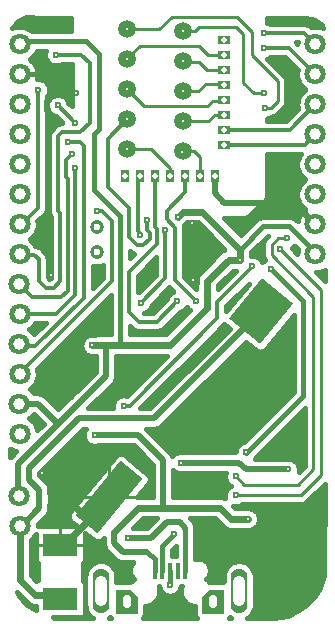
<source format=gbr>
G04 DipTrace 3.2.0.1*
G04 Íèæíèé.gbr*
%MOMM*%
G04 #@! TF.FileFunction,Copper,L2,Bot*
G04 #@! TF.Part,Single*
%AMOUTLINE3*
4,1,4,
2.82877,1.5614,
-0.97163,-3.08157,
-2.82877,-1.5614,
0.97163,3.08157,
2.82877,1.5614,
0*%
%AMOUTLINE6*
4,1,4,
2.709,0.62563,
-0.078,-2.7792,
-2.709,-0.62563,
0.078,2.7792,
2.709,0.62563,
0*%
%AMOUTLINE9*
4,1,5,
-0.9,0.4,
-0.9,-1.0,
0.9,-1.0,
0.9,1.0,
-0.3,1.0,
-0.9,0.4,
0*%
%AMOUTLINE12*
4,1,5,
-0.9,-1.0,
0.9,-1.0,
0.9,0.4,
0.3,1.0,
-0.9,1.0,
-0.9,-1.0,
0*%
%ADD14C,0.5*%
%ADD15C,0.3*%
%ADD16C,0.6*%
%ADD44C,0.7*%
%ADD45C,1.0*%
G04 #@! TA.AperFunction,CopperBalancing*
%ADD10C,0.25*%
%ADD17C,0.4*%
%ADD23R,2.9X1.85*%
G04 #@! TA.AperFunction,ComponentPad*
%ADD24C,1.8*%
%ADD25C,1.8*%
%ADD26C,1.5*%
G04 #@! TA.AperFunction,ComponentPad*
%ADD33R,1.1X0.75*%
%ADD34R,0.75X1.1*%
%ADD39O,1.4X3.8*%
%ADD41R,0.4X1.35*%
G04 #@! TA.AperFunction,ComponentPad*
%ADD42C,1.2*%
%ADD91OUTLINE3*%
%ADD94OUTLINE6*%
G04 #@! TA.AperFunction,ComponentPad*
%ADD97OUTLINE9*%
%ADD100OUTLINE12*%
%FSLAX35Y35*%
G04*
G71*
G90*
G75*
G01*
G04 Bottom*
%LPD*%
X233990Y-1588557D2*
D14*
X232000D1*
Y-1106000D1*
X-751700Y-5550D2*
X-931780D1*
X-995383Y-69153D1*
Y-161403D1*
X-983793Y-172993D1*
Y-1062727D1*
X-962180Y-1084340D1*
Y-1547077D1*
X-751700Y-5550D2*
D17*
X-922053D1*
X-1079603Y152000D1*
X-1230000D1*
X1272000Y-1118000D2*
D14*
X1087857Y-933857D1*
X502710D1*
X423000Y-854147D1*
Y-710000D1*
X-1045267Y-3223637D2*
D16*
X-717463Y-3551440D1*
X-595480D1*
D15*
X-473563Y-3429523D1*
X-887053Y-3829060D2*
D16*
Y-3860893D1*
X-473563Y-3447403D1*
Y-3429523D1*
X-153057Y-1077827D2*
D15*
Y-1163877D1*
X-128820Y-1188117D1*
Y-1237783D1*
X-185270Y-1294233D1*
X-236657D1*
X-303243Y-1227647D1*
Y-982380D1*
X-484097Y-801527D1*
Y-391097D1*
X-320000Y-227000D1*
X-321853Y-228657D2*
X-321753Y-228753D1*
X106767Y-1052003D2*
D16*
X149770Y-1009000D1*
X313767D1*
X635598Y-1330832D1*
Y-1416252D1*
X-616487Y-2141000D2*
X-499673D1*
X43273D1*
X357950Y-1826323D1*
Y-1595940D1*
X537638Y-1416252D1*
X635598D1*
X-1230000Y406000D2*
D17*
Y434610D1*
X-665853D1*
X-555280Y324037D1*
Y-310747D1*
X-597783Y-353250D1*
Y-825477D1*
X-379617Y-1043643D1*
Y-2141000D1*
X-616487D1*
X-499673D2*
D14*
Y-2402030D1*
X-903987Y-2806343D1*
X-1241750Y-3144107D1*
Y-3416900D1*
X-1234000D1*
Y-2635000D2*
X-1075330D1*
X-903987Y-2806343D1*
X1272000Y-1372000D2*
D17*
X1290383D1*
X1053317Y-1134933D1*
X831497D1*
X635598Y-1330832D1*
X688123Y-3047167D2*
Y-3052213D1*
X1171823Y-2568513D1*
Y-1767613D1*
X896147Y-1491937D1*
Y-1495997D1*
X-209000Y-1208000D2*
D15*
X-199607D1*
X-232333Y-1175273D1*
Y-689667D1*
X-212000Y-710000D1*
X3903Y-1167337D2*
Y-1575110D1*
X-200220Y-1779233D1*
X169000Y-710000D2*
Y-844023D1*
X13157Y-999867D1*
Y-1075903D1*
X84470Y-1147217D1*
Y-1590510D1*
X262853Y-1768893D1*
X-85000Y-710000D2*
Y-1141577D1*
X-66830Y-1159747D1*
Y-1282677D1*
X-306947Y-1522797D1*
Y-1860863D1*
X-223520Y-1944290D1*
X-69747D1*
X105357Y-1769187D1*
X502000Y-443000D2*
X1185000D1*
X1272000Y-356000D1*
X-762807Y-640000D2*
Y-685830D1*
X-760597Y-688040D1*
Y-1711147D1*
X-924950Y-1875500D1*
X-1227500D1*
X-1230000Y-1878000D1*
X-907450Y-110743D2*
X-904133D1*
X-759317Y-255560D1*
X-923397Y320863D2*
X-707707D1*
X-638210Y251367D1*
Y-259740D1*
X-716597Y-338127D1*
X-874873D1*
X-909000Y-372253D1*
Y-1001277D1*
X-885197Y-1025080D1*
Y-1598197D1*
X-941577Y-1654577D1*
X-1010823D1*
X-1070180Y-1595220D1*
Y-1410563D1*
X-1106453Y-1374290D1*
X-1226710D1*
X-1230000Y-1371000D1*
X-822293Y-422013D2*
X-720550D1*
X-689833Y-452730D1*
Y-1739307D1*
X-1098800Y-2148273D1*
X-1217727D1*
X-1234000Y-2132000D1*
X-787590Y-518083D2*
X-840917Y-571410D1*
Y-714890D1*
X-823667Y-732140D1*
Y-1681287D1*
X-877960Y-1735580D1*
X-1122420D1*
X-1234000Y-1624000D1*
X-578467Y-1006473D2*
X-532270D1*
X-451270Y-1087473D1*
Y-1599670D1*
X-1260100Y-2408500D1*
X-1207500D1*
X-1230000Y-2386000D1*
X42000Y-710000D2*
D10*
Y-639423D1*
X-116097Y-481327D1*
X-298780D1*
Y-502220D1*
X-320000Y-481000D1*
X-317987Y-480550D2*
D15*
X-298780Y-481327D1*
X-350233Y-2655177D2*
X-298930D1*
X442843Y-1913403D1*
Y-1777387D1*
X739770Y-1480460D1*
Y-1471487D1*
X705000Y-3612000D2*
D16*
X558693D1*
X461567Y-3514873D1*
X-17110D1*
X-225227D1*
X-430093Y-3719740D1*
D14*
Y-3818527D1*
X-356627Y-3891993D1*
X-148810D1*
D17*
X-88570Y-3952233D1*
Y-4053293D1*
X-17110Y-3514873D2*
D14*
Y-3114567D1*
X-229477Y-2902200D1*
X-595307D1*
X1042370Y-3192390D2*
X683113D1*
X624930Y-3134207D1*
X132433D1*
X502000Y-315000D2*
D15*
X1059000D1*
X1272000Y-102000D1*
X-23570Y-4053293D2*
D17*
Y-3838773D1*
X79550Y-3735653D1*
X599577Y-3250830D2*
D10*
X668407Y-3319660D1*
X1128213D1*
X1257130Y-3190743D1*
Y-1728457D1*
X905400Y-1376727D1*
Y-1288917D1*
X960397Y-1233920D1*
X1033067D1*
X598513Y-3412357D2*
X1148643D1*
X1322857Y-3238143D1*
Y-1671763D1*
X974593Y-1323500D1*
X171430Y-4053293D2*
D17*
Y-3687260D1*
D14*
X123923Y-3639753D1*
X18953D1*
X-114720Y-3773427D1*
X-310353D1*
X295000Y-710000D2*
D10*
Y-547920D1*
X244463Y-497383D1*
X151743D1*
Y-530693D1*
X150000D1*
X146473Y-500373D2*
X151743Y-497383D1*
X842570Y-132553D2*
X895260D1*
X952547Y-75267D1*
Y94673D1*
X733467Y313753D1*
Y514403D1*
X608650Y639220D1*
X55663D1*
X-49377Y534180D1*
X-303457D1*
Y518457D1*
X-320000Y535000D1*
X-321513Y537670D2*
X-303457D1*
Y534180D1*
X502000Y-61000D2*
Y-68860D1*
X403797D1*
X356027Y-116630D1*
X-176370D1*
X-320000Y27000D1*
X-318247Y27277D2*
D15*
X-320000Y27000D1*
X502000Y-189000D2*
D10*
X420323D1*
X363293Y-246030D1*
X194183D1*
X165970Y-274243D1*
X149900Y-244000D1*
X153673Y-243727D2*
D15*
Y-274243D1*
X502000Y66000D2*
D10*
Y73627D1*
X343333D1*
X279707Y10000D1*
X150000D1*
X150040Y9267D2*
D15*
X150000Y10000D1*
X502000Y193000D2*
D10*
X353670D1*
X285237Y261433D1*
X198427D1*
Y238437D1*
X175563D1*
X150000Y264000D1*
X152107Y264223D2*
D15*
X198427Y261433D1*
X502000Y320000D2*
D10*
X361363D1*
X286360Y395003D1*
X-212673D1*
X-320000Y287677D1*
Y281000D1*
X-320423Y280333D2*
D15*
X-320000Y281000D1*
X-1230000Y-1117000D2*
X-1214373D1*
X-1073273Y-975900D1*
Y20463D1*
X837007Y502930D2*
X1175070D1*
X1272000Y406000D1*
X837087Y374127D2*
X1049873D1*
X1272000Y152000D1*
X838183Y-7077D2*
D10*
X750597D1*
X662017Y81503D1*
Y491003D1*
X598733Y554287D1*
X289147D1*
X255860Y521000D1*
X148427D1*
X150000D1*
X151953Y518857D2*
D15*
X148427Y521000D1*
X-1230000Y-3670900D2*
D14*
Y-3685197D1*
X-1064590Y-3519787D1*
Y-3364213D1*
X-1150340Y-3278463D1*
Y-3182517D1*
X-727810Y-2759987D1*
X-89800D1*
X815400Y-1854787D1*
X-1230000Y-3670900D2*
D16*
Y-4126747D1*
X-1100540Y-4256207D1*
X-919907D1*
X-887053Y-4289060D1*
X41430Y-4053293D2*
D17*
Y-4169520D1*
X41383D1*
D16*
X837007Y502930D3*
X837087Y374127D3*
X-923397Y320863D3*
X-1073273Y20463D3*
X-751700Y-5550D3*
X838183Y-7077D3*
X-907450Y-110743D3*
X-759317Y-255560D3*
X-822293Y-422013D3*
X-787590Y-518083D3*
X-762807Y-640000D3*
X-578467Y-1006473D3*
X106767Y-1052003D3*
X3903Y-1167337D3*
X232000Y-1106000D3*
X-209000Y-1208000D3*
X1033067Y-1233920D3*
X974593Y-1323500D3*
X635598Y-1416252D3*
X739770Y-1471487D3*
X896147Y-1495997D3*
X-962180Y-1547077D3*
X233990Y-1588557D3*
X105357Y-1769187D3*
X262853Y-1768893D3*
X-200220Y-1779233D3*
X-616487Y-2141000D3*
X-350233Y-2655177D3*
X-595307Y-2902200D3*
X688123Y-3047167D3*
X132433Y-3134207D3*
X1042370Y-3192390D3*
X-1045267Y-3223637D3*
X599577Y-3250830D3*
X598513Y-3412357D3*
X705000Y-3612000D3*
X79550Y-3735653D3*
X-310353Y-3773427D3*
X41383Y-4169520D3*
X-320423Y280333D3*
X151953Y518857D3*
X-318247Y27277D3*
X-317987Y-480550D3*
X153673Y-243727D3*
X150040Y9267D3*
X152107Y264223D3*
X842570Y-132553D3*
X-321513Y537670D3*
X-153057Y-1077827D3*
X146473Y-500373D3*
X-321853Y-228657D3*
X-1250727Y597333D2*
D17*
X-797867D1*
X867867D2*
X1285570D1*
X-1285570Y557667D2*
X-797555D1*
X1232633D2*
X1327211D1*
X-1123852Y518000D2*
X-797164D1*
X-1101352Y319667D2*
X-1018961D1*
X-1141664Y280000D2*
X-1009352D1*
X875992D2*
X1031664D1*
X-1102758Y240333D2*
X-971070D1*
X-875727D2*
X-794664D1*
X915680D2*
X1071352D1*
X-1082445Y200667D2*
X-794273D1*
X955367D2*
X1111039D1*
X-1074633Y161000D2*
X-793961D1*
X994977D2*
X1116664D1*
X-1077523Y121333D2*
X-793570D1*
X1025680D2*
X1119555D1*
X-1001117Y81667D2*
X-793258D1*
X1030680D2*
X1133695D1*
X-980258Y42000D2*
X-792867D1*
X1030680D2*
X1163695D1*
X-979477Y2333D2*
X-792555D1*
X1030680D2*
X1157992D1*
X-992680Y-37333D2*
X-966227D1*
X-848695D2*
X-792164D1*
X1030680D2*
X1130883D1*
X-818305Y-77000D2*
X-791773D1*
X1030602D2*
X1118461D1*
X1018023Y-116667D2*
X1117133D1*
X980289Y-156333D2*
X1105336D1*
X-992680Y-196000D2*
X-944977D1*
X937555D2*
X1065648D1*
X-992680Y-235667D2*
X-891539D1*
X868883D2*
X1026039D1*
X-992680Y-275333D2*
X-922711D1*
X-992680Y-315000D2*
X-964039D1*
X869273Y-553000D2*
X1127523D1*
X869352Y-592667D2*
X1117367D1*
X869430Y-632333D2*
X1118070D1*
X869430Y-672000D2*
X1129633D1*
X869508Y-711667D2*
X1155570D1*
X869508Y-751333D2*
X1166586D1*
X869586Y-791000D2*
X1135102D1*
X869664Y-830667D2*
X1120102D1*
X869664Y-870333D2*
X1116508D1*
X853102Y-910000D2*
X1123539D1*
X812945Y-949667D2*
X1142914D1*
X772711Y-989333D2*
X1182680D1*
X-1014086Y-1029000D2*
X-984430D1*
X732398D2*
X1145258D1*
X-1053695Y-1068667D2*
X-965836D1*
X507008D2*
X779867D1*
X1104898D2*
X1124693D1*
X-1074633Y-1108333D2*
X-965836D1*
X183961D2*
X279555D1*
X546617D2*
X738695D1*
X-1077602Y-1148000D2*
X-965836D1*
X165055D2*
X319242D1*
X586305D2*
X699008D1*
X-1091898Y-1187667D2*
X-965836D1*
X165055D2*
X358930D1*
X625992D2*
X659398D1*
X-1122055Y-1227333D2*
X-965836D1*
X165055D2*
X398539D1*
X-1115727Y-1267000D2*
X-965836D1*
X165055D2*
X438227D1*
X-1066508Y-1306667D2*
X-965836D1*
X165055D2*
X477914D1*
X779195D2*
X827289D1*
X1092711D2*
X1105626D1*
X-1022055Y-1346333D2*
X-965836D1*
X165055D2*
X474477D1*
X739508D2*
X827289D1*
X1106227D2*
X1118568D1*
X-993617Y-1386000D2*
X-965836D1*
X165055D2*
X434320D1*
X776695D2*
X827914D1*
X-989555Y-1425667D2*
X-965836D1*
X-97523D2*
X-76647D1*
X165055D2*
X394711D1*
X-989555Y-1465333D2*
X-965836D1*
X-137133D2*
X-76695D1*
X165055D2*
X355023D1*
X-989555Y-1505000D2*
X-965836D1*
X-609242D2*
X-531852D1*
X-176820D2*
X-76695D1*
X165055D2*
X315336D1*
X-989555Y-1544667D2*
X-965836D1*
X-609242D2*
X-531852D1*
X-216508D2*
X-77945D1*
X165055D2*
X278070D1*
X542789D2*
X563257D1*
X1304586D2*
X1347133D1*
X-609242Y-1584333D2*
X-548258D1*
X-226352D2*
X-117633D1*
X190602D2*
X263070D1*
X503102D2*
X523526D1*
X-609242Y-1624000D2*
X-587945D1*
X-226352D2*
X-157320D1*
X230289D2*
X262367D1*
X463414D2*
X483909D1*
X-226352Y-1663667D2*
X-197008D1*
X27711D2*
X45333D1*
X-11977Y-1703333D2*
X37680D1*
X-482289Y-1743000D2*
X-465269D1*
X-51664D2*
X13617D1*
X589586D2*
X603568D1*
X-521898Y-1782667D2*
X-465211D1*
X-91352D2*
X-20445D1*
X549898D2*
X571117D1*
X-561586Y-1822333D2*
X-465211D1*
X-115414D2*
X-60133D1*
X523414D2*
X538652D1*
X-601273Y-1862000D2*
X-465211D1*
X-156977D2*
X-99820D1*
X124898D2*
X188695D1*
X-640961Y-1901667D2*
X-465211D1*
X85211D2*
X149086D1*
X-680570Y-1941333D2*
X-465211D1*
X45523D2*
X109398D1*
X1047867D2*
X1086195D1*
X-1114789Y-1981000D2*
X-1043883D1*
X-720258D2*
X-465211D1*
X5836D2*
X69711D1*
X487555D2*
X521039D1*
X1015367D2*
X1086195D1*
X-1127133Y-2020667D2*
X-1083492D1*
X-759945D2*
X-465211D1*
X-294008D2*
X-233336D1*
X-59867D2*
X30102D1*
X447945D2*
X523070D1*
X982945D2*
X1086195D1*
X-799633Y-2060333D2*
X-663883D1*
X408258D2*
X483383D1*
X950445D2*
X1086195D1*
X-839242Y-2100000D2*
X-702398D1*
X368570D2*
X443695D1*
X917945D2*
X1086195D1*
X-878930Y-2139667D2*
X-712086D1*
X328883D2*
X404086D1*
X657008D2*
X714867D1*
X885523D2*
X1086195D1*
X-918617Y-2179333D2*
X-703648D1*
X289273D2*
X364398D1*
X617320D2*
X763305D1*
X851852D2*
X1086195D1*
X-958305Y-2219000D2*
X-668492D1*
X249586D2*
X324711D1*
X577633D2*
X1086195D1*
X-997914Y-2258667D2*
X-590289D1*
X-409086D2*
X-14742D1*
X209898D2*
X285023D1*
X538023D2*
X1086195D1*
X-1037602Y-2298333D2*
X-590289D1*
X-409086D2*
X-54430D1*
X170211D2*
X245414D1*
X498336D2*
X1086195D1*
X-1077289Y-2338000D2*
X-590289D1*
X-409086D2*
X-94117D1*
X130602D2*
X205727D1*
X458648D2*
X1086195D1*
X-1074633Y-2377667D2*
X-601773D1*
X-409086D2*
X-133727D1*
X90914D2*
X166039D1*
X418961D2*
X1086195D1*
X-1077680Y-2417333D2*
X-641461D1*
X-410414D2*
X-173414D1*
X51227D2*
X126352D1*
X379352D2*
X1086195D1*
X-1092055Y-2457000D2*
X-681148D1*
X-428773D2*
X-213102D1*
X11539D2*
X86742D1*
X339664D2*
X1086195D1*
X-1122367Y-2496667D2*
X-720758D1*
X-467836D2*
X-252711D1*
X-28070D2*
X47055D1*
X299977D2*
X1086195D1*
X-1114867Y-2536333D2*
X-760445D1*
X-507523D2*
X-292398D1*
X-67758D2*
X7367D1*
X260289D2*
X1084633D1*
X-1007836Y-2576000D2*
X-800133D1*
X-547211D2*
X-400289D1*
X-107445D2*
X-32320D1*
X220680D2*
X1044945D1*
X-968227Y-2615667D2*
X-839742D1*
X-586820D2*
X-436852D1*
X-147055D2*
X-71930D1*
X180992D2*
X1005258D1*
X-928539Y-2655333D2*
X-879430D1*
X-626508D2*
X-445836D1*
X-186742D2*
X-111617D1*
X141305D2*
X965570D1*
X101695Y-2695000D2*
X925961D1*
X1164742D2*
X1179086D1*
X-1115805Y-2734667D2*
X-1102092D1*
X62008D2*
X886273D1*
X1125055D2*
X1179008D1*
X-1126820Y-2774333D2*
X-1062477D1*
X22320D2*
X846586D1*
X1085367D2*
X1179008D1*
X-1094242Y-2814000D2*
X-1038102D1*
X-17367D2*
X806898D1*
X1045758D2*
X1179008D1*
X-695023Y-2853667D2*
X-677004D1*
X-151508D2*
X767289D1*
X1006070D2*
X1179008D1*
X-734711Y-2893333D2*
X-690445D1*
X-111898D2*
X727602D1*
X966383D2*
X1179008D1*
X-774320Y-2933000D2*
X-685602D1*
X-72211D2*
X687914D1*
X926773D2*
X1179008D1*
X-814008Y-2972667D2*
X-657867D1*
X-32523D2*
X630805D1*
X887086D2*
X1179008D1*
X-853695Y-3012333D2*
X-245836D1*
X7164D2*
X599398D1*
X847398D2*
X1179008D1*
X-1305570Y-3052000D2*
X-1276087D1*
X-893383D2*
X-206148D1*
X46773D2*
X87992D1*
X807711D2*
X1179008D1*
X-932992Y-3091667D2*
X-435680D1*
X-311430D2*
X-166461D1*
X772164D2*
X1179008D1*
X-972680Y-3131333D2*
X-468180D1*
X-262992D2*
X-126852D1*
X1114664D2*
X1179008D1*
X-1012367Y-3171000D2*
X-500602D1*
X-214477D2*
X-107711D1*
X1135445D2*
X1168070D1*
X-1052055Y-3210667D2*
X-533102D1*
X-166039D2*
X-107711D1*
X-1051977Y-3250333D2*
X-565602D1*
X-129555D2*
X-107711D1*
X73492D2*
X504008D1*
X-1012367Y-3290000D2*
X-598023D1*
X-127367D2*
X-107711D1*
X73492D2*
X512758D1*
X-981195Y-3329667D2*
X-630523D1*
X-153148D2*
X-107711D1*
X73492D2*
X548930D1*
X-974008Y-3369333D2*
X-662945D1*
X-185648D2*
X-107711D1*
X73492D2*
X513617D1*
X1300445D2*
X1346273D1*
X-974008Y-3409000D2*
X-695445D1*
X-218070D2*
X-107711D1*
X73492D2*
X502992D1*
X1260758D2*
X1346273D1*
X-974008Y-3448667D2*
X-727945D1*
X1221148D2*
X1346273D1*
X-974008Y-3488333D2*
X-760367D1*
X653648D2*
X1346273D1*
X-974398Y-3528000D2*
X-792867D1*
X745523D2*
X1346195D1*
X-988461Y-3567667D2*
X-819352D1*
X789195D2*
X1346195D1*
X-1025648Y-3607333D2*
X-818102D1*
X-184164D2*
X-75133D1*
X217945D2*
X420492D1*
X800445D2*
X1346195D1*
X-1065336Y-3647000D2*
X-782789D1*
X-223773D2*
X-114742D1*
X252086D2*
X460180D1*
X793648D2*
X1346195D1*
X-263461Y-3686667D2*
X-154430D1*
X262008D2*
X501664D1*
X762086D2*
X1346117D1*
X257008Y-3726333D2*
X1346117D1*
X-676430Y-3766000D2*
X-637398D1*
X257008D2*
X1346117D1*
X-1134398Y-3805667D2*
X-1097633D1*
X-676430D2*
X-520680D1*
X257008D2*
X1346117D1*
X-1134398Y-3845333D2*
X-1097633D1*
X-676430D2*
X-516461D1*
X257008D2*
X1346117D1*
X-1134398Y-3885000D2*
X-1097633D1*
X-676430D2*
X-490055D1*
X62008D2*
X85813D1*
X257008D2*
X1346039D1*
X-1134398Y-3924667D2*
X-1097633D1*
X-676430D2*
X-450445D1*
X257008D2*
X1346039D1*
X-1134398Y-3964333D2*
X-1097633D1*
X-676430D2*
X-408258D1*
X339820D2*
X1346039D1*
X-1134398Y-4004000D2*
X-1080289D1*
X-693305D2*
X-637008D1*
X-449008D2*
X-292164D1*
X375055D2*
X532992D1*
X720992D2*
X1346039D1*
X-1134398Y-4043667D2*
X-1080602D1*
X-692992D2*
X-665914D1*
X-420102D2*
X-301617D1*
X384508D2*
X504086D1*
X749898D2*
X1345727D1*
X-1134398Y-4083333D2*
X-1080992D1*
X-692680D2*
X-677491D1*
X-408461D2*
X-294039D1*
X376930D2*
X492445D1*
X761539D2*
X1343070D1*
X-1100180Y-4123000D2*
X-1081277D1*
X-692289D2*
X-678570D1*
X-407367D2*
X-275914D1*
X359898D2*
X491430D1*
X762633D2*
X1332992D1*
X762633Y-4162667D2*
X1319320D1*
X762633Y-4202333D2*
X1302914D1*
X-49242Y-4242000D2*
X-18648D1*
X101383D2*
X133227D1*
X762633D2*
X1276898D1*
X-62758Y-4281667D2*
X146742D1*
X762633D2*
X1247914D1*
X-95023Y-4321333D2*
X179008D1*
X762633D2*
X1207680D1*
X-1128773Y-4361000D2*
X-1097633D1*
X-165492D2*
X248305D1*
X760914D2*
X1160961D1*
X-676430Y-4400667D2*
X-663806D1*
X-165492D2*
X248305D1*
X747789D2*
X1099789D1*
X-676430Y-4440333D2*
X-632164D1*
X-172992D2*
X255883D1*
X716148D2*
X981430D1*
X-1078450Y-3674960D2*
X-744606D1*
X-800777Y-3628428D1*
X-808217Y-3619036D1*
X-813697Y-3608383D1*
X-817012Y-3596869D1*
X-818036Y-3584932D1*
X-816729Y-3573022D1*
X-813142Y-3561591D1*
X-807410Y-3551070D1*
X-781305Y-3518788D1*
X-419164Y-3077029D1*
X-409772Y-3069590D1*
X-399118Y-3064109D1*
X-387605Y-3060794D1*
X-375668Y-3059771D1*
X-363758Y-3061078D1*
X-352327Y-3064665D1*
X-341806Y-3070398D1*
X-309524Y-3096502D1*
X-148658Y-3228349D1*
X-140735Y-3237336D1*
X-134702Y-3247687D1*
X-130787Y-3259011D1*
X-129138Y-3270878D1*
X-129817Y-3282839D1*
X-132798Y-3294443D1*
X-137970Y-3305251D1*
X-145553Y-3315496D1*
X-234119Y-3423699D1*
X-205227Y-3423273D1*
X-103742D1*
X-103710Y-3150420D1*
X-265342Y-2988806D1*
X-565492Y-2988800D1*
X-580977Y-2992672D1*
X-595307Y-2993800D1*
X-609636Y-2992672D1*
X-623613Y-2989317D1*
X-636892Y-2983816D1*
X-649148Y-2976306D1*
X-660078Y-2966971D1*
X-669413Y-2956041D1*
X-676923Y-2943786D1*
X-682423Y-2930506D1*
X-685779Y-2916529D1*
X-686907Y-2902200D1*
X-685779Y-2887871D1*
X-682423Y-2873894D1*
X-676923Y-2860614D1*
X-669413Y-2848359D1*
X-668004Y-2846572D1*
X-691909Y-2846587D1*
X-1063714Y-3218362D1*
X-1063740Y-3242595D1*
X-998739Y-3307971D1*
X-990751Y-3318965D1*
X-984582Y-3331073D1*
X-980383Y-3343997D1*
X-978257Y-3357419D1*
X-977990Y-3444213D1*
X-978257Y-3526581D1*
X-980383Y-3540003D1*
X-984582Y-3552927D1*
X-990751Y-3565035D1*
X-998739Y-3576029D1*
X-1059923Y-3637591D1*
X-1079092Y-3656760D1*
X-1078559Y-3674942D1*
X-680453Y-3727476D2*
Y-3983160D1*
X-697531D1*
X-696189Y-4134947D1*
X-680453Y-4134960D1*
Y-4443160D1*
X-950926Y-4443554D1*
X-943048Y-4446222D1*
X-823350Y-4454000D1*
X-609101Y-4453754D1*
X-620353Y-4446467D1*
X-636055Y-4433055D1*
X-649467Y-4417353D1*
X-660256Y-4399745D1*
X-668159Y-4380667D1*
X-672980Y-4360587D1*
X-674600Y-4340000D1*
Y-4100000D1*
X-672980Y-4079413D1*
X-668159Y-4059333D1*
X-660256Y-4040255D1*
X-649467Y-4022647D1*
X-636055Y-4006945D1*
X-620353Y-3993533D1*
X-602745Y-3982744D1*
X-583667Y-3974841D1*
X-563587Y-3970020D1*
X-543000Y-3968400D1*
X-522413Y-3970020D1*
X-502333Y-3974841D1*
X-483255Y-3982744D1*
X-465647Y-3993533D1*
X-449945Y-4006945D1*
X-436533Y-4022647D1*
X-425744Y-4040255D1*
X-417841Y-4059333D1*
X-413020Y-4079413D1*
X-411400Y-4100000D1*
X-411051Y-4149194D1*
X-293961Y-4149193D1*
X-283069Y-4134533D1*
X-268467Y-4119931D1*
X-265583Y-4117657D1*
X-274525Y-4108530D1*
X-283435Y-4096267D1*
X-290317Y-4082761D1*
X-295001Y-4068344D1*
X-297372Y-4053372D1*
Y-4038214D1*
X-295001Y-4023243D1*
X-290317Y-4008826D1*
X-283435Y-3995320D1*
X-274525Y-3983057D1*
X-270402Y-3978596D1*
X-363421Y-3978327D1*
X-376843Y-3976201D1*
X-389767Y-3972002D1*
X-401875Y-3965832D1*
X-412869Y-3957845D1*
X-474431Y-3896660D1*
X-495945Y-3874769D1*
X-503932Y-3863775D1*
X-510102Y-3851667D1*
X-514301Y-3838743D1*
X-516427Y-3825321D1*
X-516694Y-3768917D1*
X-527963Y-3782018D1*
X-537354Y-3789457D1*
X-548008Y-3794938D1*
X-559522Y-3798252D1*
X-571459Y-3799276D1*
X-583369Y-3797969D1*
X-594800Y-3794381D1*
X-605321Y-3788649D1*
X-637602Y-3762544D1*
X-680464Y-3727459D1*
X-1076125Y-3983160D2*
X-1093653D1*
Y-3737176D1*
X-1100740Y-3750111D1*
X-1114722Y-3769356D1*
X-1131544Y-3786178D1*
X-1138372Y-3791561D1*
X-1138400Y-4088791D1*
X-1092253Y-4134951D1*
X-1077387Y-4131735D1*
X-1076119Y-3983225D1*
X-1093653Y-4385894D2*
Y-4347769D1*
X-1107727Y-4347525D1*
X-1121924Y-4345276D1*
X-1135594Y-4340834D1*
X-1148401Y-4334309D1*
X-1160030Y-4325860D1*
X-1221880Y-4264409D1*
X-1253092Y-4233197D1*
X-1240007Y-4264770D1*
X-1168302Y-4338374D1*
X-1093608Y-4385907D1*
X-1078453Y148000D2*
X-1079717Y132058D1*
X-1082654Y116337D1*
X-1083941Y111426D1*
X-1073273Y112063D1*
X-1058944Y110936D1*
X-1044967Y107580D1*
X-1031688Y102080D1*
X-1019432Y94569D1*
X-1008502Y85234D1*
X-999167Y74304D1*
X-991657Y62049D1*
X-986157Y48769D1*
X-982801Y34793D1*
X-981673Y20463D1*
X-982801Y6134D1*
X-986157Y-7843D1*
X-991657Y-21122D1*
X-996686Y-29663D1*
X-996519Y-89360D1*
X-992077Y-75690D1*
X-985552Y-62882D1*
X-977103Y-51254D1*
X-966939Y-41090D1*
X-955311Y-32641D1*
X-942504Y-26116D1*
X-928834Y-21674D1*
X-914637Y-19426D1*
X-900263D1*
X-886066Y-21674D1*
X-872396Y-26116D1*
X-859589Y-32641D1*
X-847961Y-41090D1*
X-837797Y-51254D1*
X-829348Y-62882D1*
X-822823Y-75690D1*
X-818846Y-87710D1*
X-787379Y-119169D1*
X-790706Y244267D1*
X-873097Y244263D1*
X-888343Y236236D1*
X-902013Y231794D1*
X-916210Y229546D1*
X-930584D1*
X-944780Y231794D1*
X-958450Y236236D1*
X-971258Y242761D1*
X-982886Y251210D1*
X-993050Y261374D1*
X-1001499Y273002D1*
X-1008024Y285810D1*
X-1012466Y299480D1*
X-1014714Y313676D1*
Y328050D1*
X-1012466Y342247D1*
X-1009103Y352991D1*
X-1087963Y353010D1*
X-1094923Y337175D1*
X-1107353Y316892D1*
X-1122803Y298803D1*
X-1140892Y283353D1*
X-1147348Y279039D1*
X-1132733Y268283D1*
X-1121025Y257390D1*
X-1110529Y245323D1*
X-1101363Y232218D1*
X-1093628Y218221D1*
X-1087411Y203486D1*
X-1082780Y188178D1*
X-1079788Y172468D1*
X-1078468Y156530D1*
X-1078453Y148000D1*
X-1293884Y543354D2*
X-1276847Y550180D1*
X-1253715Y555734D1*
X-1230000Y557600D1*
X-1206285Y555734D1*
X-1183153Y550180D1*
X-1161175Y541077D1*
X-1140892Y528647D1*
X-1126046Y516196D1*
X-793203Y516210D1*
X-793955Y629947D1*
X-801991Y633094D1*
X-1030457Y633468D1*
X-1179132Y636905D1*
X-1244977Y608409D1*
X-1290002Y557180D1*
X1125409Y-140299D2*
X1122266Y-125715D1*
X1120400Y-102000D1*
X1122266Y-78285D1*
X1127820Y-55153D1*
X1136923Y-33175D1*
X1149353Y-12892D1*
X1164803Y5197D1*
X1182892Y20647D1*
X1189348Y24961D1*
X1173544Y36722D1*
X1156722Y53544D1*
X1142740Y72789D1*
X1131940Y93985D1*
X1124589Y116610D1*
X1120867Y140106D1*
Y163894D1*
X1124589Y187390D1*
X1125409Y190299D1*
X1018133Y297538D1*
X887295Y297526D1*
X878672Y292510D1*
X865095Y286926D1*
X1008893Y142798D1*
X1015728Y133391D1*
X1021006Y123030D1*
X1024600Y111972D1*
X1026419Y100487D1*
X1026647Y-25327D1*
X1026419Y-81081D1*
X1024600Y-92565D1*
X1021006Y-103624D1*
X1015728Y-113984D1*
X1008893Y-123391D1*
X947657Y-184950D1*
X938815Y-192502D1*
X928901Y-198577D1*
X918158Y-203027D1*
X906852Y-205741D1*
X896411Y-206659D1*
X884156Y-214170D1*
X870876Y-219670D1*
X864900Y-221356D1*
X864906Y-238441D1*
X1027234Y-238400D1*
X1125320Y-140351D1*
X1120625Y411715D2*
X1121867Y426345D1*
X1105929Y426330D1*
X1120556Y411774D1*
X1233701Y552591D2*
X1248285Y555734D1*
X1272000Y557600D1*
X1295715Y555734D1*
X1318847Y550180D1*
X1336053Y543276D1*
X1327095Y569614D1*
X1269964Y611810D1*
X1195087Y634004D1*
X863243Y633848D1*
X863855Y605387D1*
X863874Y590465D1*
X878592Y584546D1*
X887133Y579518D1*
X1181080Y579294D1*
X1192952Y577414D1*
X1204384Y573699D1*
X1215094Y568243D1*
X1224818Y561177D1*
X1233709Y552620D1*
X-1147348Y-1244039D2*
X-1131544Y-1255722D1*
X-1114722Y-1272544D1*
X-1100740Y-1291789D1*
X-1097127Y-1298240D1*
X-1082783Y-1301439D1*
X-1071677Y-1306039D1*
X-1061429Y-1312319D1*
X-1052273Y-1320143D1*
X-1011933Y-1360815D1*
X-1004867Y-1370540D1*
X-999410Y-1381250D1*
X-995696Y-1392681D1*
X-993816Y-1404553D1*
X-993580Y-1530563D1*
Y-1563454D1*
X-979058Y-1578013D1*
X-967457Y-1572128D1*
X-961767Y-1566438D1*
X-961797Y-1056869D1*
X-970971Y-1046301D1*
X-977251Y-1036052D1*
X-981851Y-1024947D1*
X-984657Y-1013260D1*
X-985599Y-1001253D1*
X-985364Y-366243D1*
X-983484Y-354371D1*
X-979769Y-342940D1*
X-974312Y-332230D1*
X-967247Y-322505D1*
X-929038Y-283962D1*
X-919898Y-276156D1*
X-909649Y-269875D1*
X-898544Y-265276D1*
X-886856Y-262470D1*
X-874850Y-261527D1*
X-870050Y-253156D1*
X-922033Y-201173D1*
X-935756Y-197860D1*
X-949036Y-192360D1*
X-961291Y-184849D1*
X-972221Y-175514D1*
X-981556Y-164584D1*
X-989066Y-152329D1*
X-994567Y-139049D1*
X-996678Y-131328D1*
X-996909Y-981910D1*
X-998790Y-993782D1*
X-1002504Y-1005214D1*
X-1007961Y-1015924D1*
X-1015026Y-1025648D1*
X-1080594Y-1091550D1*
X-1078867Y-1105106D1*
Y-1128894D1*
X-1082589Y-1152390D1*
X-1089940Y-1175015D1*
X-1100740Y-1196211D1*
X-1114722Y-1215456D1*
X-1131544Y-1232278D1*
X-1147348Y-1243961D1*
X1351089Y-1501328D2*
X1330015Y-1512060D1*
X1307390Y-1519411D1*
X1283894Y-1523133D1*
X1279202Y-1523317D1*
X1351099Y-1595212D1*
X1351118Y-1501320D1*
X1120683Y-1364798D2*
X1122266Y-1348285D1*
X1127900Y-1324935D1*
X1099714Y-1296731D1*
X1092556Y-1303573D1*
X1080928Y-1312022D1*
X1072432Y-1316560D1*
X1120627Y-1364740D1*
X1123140Y-1089362D2*
X1127853Y-1071050D1*
X1133601Y-1056126D1*
X1140889Y-1041891D1*
X1149637Y-1028503D1*
X1159746Y-1016110D1*
X1171104Y-1004852D1*
X1183585Y-994852D1*
X1189225Y-991006D1*
X1173544Y-979278D1*
X1156722Y-962456D1*
X1142740Y-943211D1*
X1131940Y-922015D1*
X1124589Y-899390D1*
X1120867Y-875894D1*
Y-852106D1*
X1124589Y-828610D1*
X1131940Y-805985D1*
X1142740Y-784789D1*
X1156722Y-765544D1*
X1173544Y-748722D1*
X1189348Y-737039D1*
X1173544Y-725278D1*
X1156722Y-708456D1*
X1142740Y-689211D1*
X1131940Y-668015D1*
X1124589Y-645390D1*
X1120867Y-621894D1*
Y-598106D1*
X1124589Y-574610D1*
X1131940Y-551985D1*
X1142740Y-530789D1*
X1150361Y-519614D1*
X865234Y-519600D1*
X865506Y-872720D1*
X864006Y-882269D1*
X861030Y-891466D1*
X856653Y-900084D1*
X850981Y-907911D1*
X761855Y-996068D1*
X705138Y-1051693D1*
X697277Y-1057317D1*
X688632Y-1061642D1*
X679418Y-1064562D1*
X669841Y-1066005D1*
X500845Y-1066517D1*
X642653Y-1208344D1*
X778502Y-1072884D1*
X788861Y-1065358D1*
X800270Y-1059545D1*
X812447Y-1055588D1*
X825094Y-1053585D1*
X931497Y-1053333D1*
X1059719Y-1053585D1*
X1072366Y-1055588D1*
X1084544Y-1059545D1*
X1095953Y-1065358D1*
X1106312Y-1072884D1*
X1111034Y-1077252D1*
X-1097900Y-1952140D2*
X-1107353Y-1967108D1*
X-1122803Y-1985197D1*
X-1140892Y-2000647D1*
X-1149281Y-2006253D1*
X-1135544Y-2016722D1*
X-1118722Y-2033544D1*
X-1107504Y-2048652D1*
X-1010935Y-1952080D1*
X-1097684Y-1952100D1*
X-1078867Y-2397894D2*
X-1082589Y-2421390D1*
X-1089940Y-2444015D1*
X-1100740Y-2465211D1*
X-1114722Y-2484456D1*
X-1131544Y-2501278D1*
X-1145647Y-2511824D1*
X-1135544Y-2519722D1*
X-1118722Y-2536544D1*
X-1109674Y-2548405D1*
X-1068535Y-2548667D1*
X-1055114Y-2550793D1*
X-1042190Y-2554992D1*
X-1030082Y-2561161D1*
X-1019088Y-2569149D1*
X-957526Y-2630333D1*
X-903996Y-2683863D1*
X-586312Y-2366198D1*
X-586273Y-2232577D1*
X-623674Y-2232318D1*
X-637870Y-2230069D1*
X-651541Y-2225628D1*
X-664348Y-2219102D1*
X-675976Y-2210653D1*
X-686140Y-2200490D1*
X-694589Y-2188861D1*
X-701114Y-2176054D1*
X-705556Y-2162384D1*
X-707804Y-2148187D1*
Y-2133813D1*
X-705556Y-2119616D1*
X-701114Y-2105946D1*
X-694589Y-2093139D1*
X-686140Y-2081510D1*
X-675976Y-2071347D1*
X-664348Y-2062898D1*
X-651541Y-2056372D1*
X-637870Y-2051931D1*
X-623674Y-2049682D1*
X-536487Y-2049400D1*
X-461158D1*
X-461217Y-1717953D1*
X-1085043Y-2341772D1*
X-1080266Y-2362285D1*
X-1078400Y-2386000D1*
X-1078867Y-2397894D1*
X-1110294Y-2722523D2*
X-1118722Y-2733456D1*
X-1135544Y-2750278D1*
X-1149338Y-2760618D1*
X-1135835Y-2770191D1*
X-1123843Y-2780772D1*
X-1113033Y-2792557D1*
X-1103524Y-2805416D1*
X-1095422Y-2819205D1*
X-1088818Y-2833770D1*
X-1083786Y-2848950D1*
X-1081031Y-2860899D1*
X-1026496Y-2806381D1*
X-1110234Y-2722567D1*
X-1258092Y-3037962D2*
X-1275171Y-3033714D1*
X-1290164Y-3028150D1*
X-1304488Y-3021038D1*
X-1309554Y-3018034D1*
X-1309583Y-3090337D1*
X-1302966Y-3082853D1*
X-1258073Y-3037959D1*
X727198Y-1380806D2*
X739770Y-1379887D1*
X754099Y-1381014D1*
X768076Y-1384370D1*
X781356Y-1389870D1*
X793611Y-1397381D1*
X804541Y-1406716D1*
X813876Y-1417646D1*
X821386Y-1429901D1*
X825068Y-1438252D1*
X836657Y-1426343D1*
X845226Y-1419940D1*
X839376Y-1410367D1*
X834926Y-1399625D1*
X832212Y-1388319D1*
X831300Y-1376727D1*
X831528Y-1283103D1*
X833347Y-1271618D1*
X836940Y-1260560D1*
X842219Y-1250199D1*
X849054Y-1240792D1*
X872946Y-1216577D1*
X860912Y-1220918D1*
X727170Y-1354660D1*
X727198Y-1380754D1*
X184159Y-1815797D2*
X175010Y-1828676D1*
X164846Y-1838840D1*
X153218Y-1847289D1*
X140410Y-1853814D1*
X126740Y-1858256D1*
X124067Y-1858787D1*
X-19999Y-2002537D1*
X-29723Y-2009603D1*
X-40433Y-2015059D1*
X-51865Y-2018774D1*
X-63737Y-2020654D1*
X-189747Y-2020890D1*
X-229530Y-2020654D1*
X-241402Y-2018774D1*
X-252834Y-2015059D1*
X-263544Y-2009602D1*
X-273268Y-2002537D1*
X-298069Y-1978070D1*
X-298017Y-2049346D1*
X5405Y-2049400D1*
X210577Y-1844154D1*
X198082Y-1833664D1*
X188747Y-1822734D1*
X184216Y-1815798D1*
X15756Y-1750476D2*
X18240Y-1740881D1*
X23740Y-1727601D1*
X31251Y-1715346D1*
X40586Y-1704416D1*
X51516Y-1695081D1*
X63771Y-1687570D1*
X70226Y-1684595D1*
X36509Y-1650878D1*
X-110588Y-1797930D1*
X-113103Y-1807539D1*
X-118604Y-1820819D1*
X-126114Y-1833074D1*
X-135449Y-1844004D1*
X-146379Y-1853339D1*
X-158634Y-1860850D1*
X-171914Y-1866350D1*
X-176646Y-1867685D1*
X-101411Y-1867690D1*
X15687Y-1750527D1*
X-230345Y-1692788D2*
X-218931Y-1689633D1*
X-72691Y-1543376D1*
X-72697Y-1396907D1*
X-230375Y-1554554D1*
X-230346Y-1692719D1*
X-439933Y-2673391D2*
X-441551Y-2662364D1*
Y-2647990D1*
X-439302Y-2633793D1*
X-434861Y-2620123D1*
X-428335Y-2607316D1*
X-419887Y-2595687D1*
X-409723Y-2585523D1*
X-398094Y-2577075D1*
X-385287Y-2570549D1*
X-371617Y-2566108D1*
X-357420Y-2563859D1*
X-343046D1*
X-328850Y-2566108D1*
X-320636Y-2568536D1*
X15319Y-2232599D1*
X-413055Y-2232600D1*
X-413340Y-2408825D1*
X-415466Y-2422246D1*
X-419665Y-2435170D1*
X-425835Y-2447278D1*
X-433822Y-2458272D1*
X-495006Y-2519834D1*
X-648526Y-2673354D1*
X-440076Y-2673386D1*
X772104Y-3083624D2*
X766225Y-3095028D1*
X758455Y-3105796D1*
X1012566Y-3105790D1*
X1028041Y-3101918D1*
X1042370Y-3100790D1*
X1056699Y-3101918D1*
X1070676Y-3105273D1*
X1083956Y-3110774D1*
X1096211Y-3118284D1*
X1107141Y-3127619D1*
X1116476Y-3138549D1*
X1123986Y-3150804D1*
X1129487Y-3164084D1*
X1132842Y-3178061D1*
X1133970Y-3192390D1*
X1132842Y-3206719D1*
X1132385Y-3210695D1*
X1183043Y-3160037D1*
X1183030Y-2672696D1*
X772169Y-3083568D1*
X596540Y-3047588D2*
X597651Y-3032837D1*
X601007Y-3018861D1*
X606507Y-3005581D1*
X614017Y-2993326D1*
X623352Y-2982396D1*
X634282Y-2973061D1*
X646538Y-2965550D1*
X659817Y-2960050D1*
X666878Y-2958070D1*
X1090208Y-2534728D1*
X1090223Y-1884685D1*
X852059Y-2175344D1*
X844842Y-2181774D1*
X836708Y-2186996D1*
X827857Y-2190881D1*
X818507Y-2193333D1*
X808888Y-2194293D1*
X799238Y-2193737D1*
X789794Y-2191677D1*
X780788Y-2188166D1*
X772443Y-2183289D1*
X682676Y-2110057D1*
X-33558Y-2825838D1*
X-44551Y-2833826D1*
X-56659Y-2839995D1*
X-69584Y-2844194D1*
X-83005Y-2846320D1*
X-162691Y-2846587D1*
X48741Y-3058324D1*
X56729Y-3069318D1*
X60063Y-3075275D1*
X62780Y-3074717D1*
X72944Y-3064553D1*
X84572Y-3056105D1*
X97380Y-3049579D1*
X111050Y-3045138D1*
X125246Y-3042889D1*
X139620D1*
X153817Y-3045138D1*
X162136Y-3047605D1*
X596574Y-3047607D1*
X162136Y-3220808D2*
X146763Y-3224679D1*
X132433Y-3225807D1*
X118104Y-3224679D1*
X104127Y-3221323D1*
X90848Y-3215823D1*
X78592Y-3208313D1*
X69499Y-3200675D1*
X69490Y-3423239D1*
X468754Y-3423555D1*
X482950Y-3425804D1*
X496621Y-3430246D1*
X509451Y-3436787D1*
X508041Y-3426686D1*
X506913Y-3412357D1*
X508041Y-3398027D1*
X511397Y-3384051D1*
X516897Y-3370771D1*
X524407Y-3358516D1*
X533742Y-3347586D1*
X544672Y-3338251D1*
X555874Y-3331331D1*
X545736Y-3324936D1*
X534806Y-3315601D1*
X525471Y-3304671D1*
X517960Y-3292416D1*
X512460Y-3279136D1*
X509104Y-3265159D1*
X507977Y-3250830D1*
X509104Y-3236501D1*
X513092Y-3220811D1*
X162352Y-3220807D1*
X652377Y-3486445D2*
X640099Y-3493973D1*
X626819Y-3499473D1*
X612843Y-3502829D1*
X598513Y-3503957D1*
X584184Y-3502829D1*
X577819Y-3501563D1*
X596662Y-3520426D1*
X712187Y-3520682D1*
X726384Y-3522931D1*
X740054Y-3527372D1*
X752861Y-3533898D1*
X764490Y-3542347D1*
X774653Y-3552510D1*
X783102Y-3564139D1*
X789628Y-3576946D1*
X794069Y-3590616D1*
X796318Y-3604813D1*
Y-3619187D1*
X794069Y-3633384D1*
X789628Y-3647054D1*
X783102Y-3659861D1*
X774653Y-3671490D1*
X764490Y-3681653D1*
X752861Y-3690102D1*
X740054Y-3696628D1*
X726384Y-3701069D1*
X712187Y-3703318D1*
X625000Y-3703600D1*
X551506Y-3703318D1*
X537310Y-3701069D1*
X523639Y-3696628D1*
X510832Y-3690102D1*
X499204Y-3681653D1*
X437354Y-3620203D1*
X423598Y-3606447D1*
X213443Y-3606802D1*
X237281Y-3631018D1*
X245269Y-3642012D1*
X251438Y-3654120D1*
X255637Y-3667044D1*
X257763Y-3680465D1*
Y-3694055D1*
X255637Y-3707476D1*
X253028Y-3716089D1*
X253030Y-3954213D1*
X268818Y-3950383D1*
X283930Y-3949193D1*
X299042Y-3950383D1*
X313781Y-3953921D1*
X327785Y-3959722D1*
X340710Y-3967642D1*
X352237Y-3977487D1*
X362081Y-3989013D1*
X370001Y-4001938D1*
X375802Y-4015942D1*
X379341Y-4030682D1*
X380530Y-4045793D1*
X379341Y-4060905D1*
X375802Y-4075644D1*
X370001Y-4089649D1*
X362081Y-4102573D1*
X352237Y-4114100D1*
X348995Y-4117097D1*
X360055Y-4126945D1*
X373467Y-4142647D1*
X377840Y-4149192D1*
X493949Y-4149194D1*
X495401Y-4140001D1*
X495806Y-4089675D1*
X499036Y-4069279D1*
X505417Y-4049639D1*
X514793Y-4031239D1*
X526931Y-4014533D1*
X541533Y-3999931D1*
X558239Y-3987793D1*
X576639Y-3978417D1*
X596279Y-3972036D1*
X616675Y-3968806D1*
X637325D1*
X657721Y-3972036D1*
X677361Y-3978417D1*
X695761Y-3987793D1*
X712467Y-3999931D1*
X727069Y-4014533D1*
X739207Y-4031239D1*
X748583Y-4049639D1*
X754964Y-4069279D1*
X758194Y-4089675D1*
X758601Y-4140001D1*
X758194Y-4350325D1*
X754964Y-4370721D1*
X748583Y-4390361D1*
X739207Y-4408761D1*
X727069Y-4425467D1*
X712467Y-4440069D1*
X695655Y-4452267D1*
X920219Y-4452002D1*
X1038946Y-4430765D1*
X1118924Y-4393627D1*
X1188101Y-4344627D1*
X1260447Y-4273249D1*
X1312890Y-4193147D1*
X1346218Y-4096028D1*
X1349999Y-4039348D1*
X1350319Y-3315538D1*
X1196768Y-3468703D1*
X1187361Y-3475538D1*
X1177000Y-3480816D1*
X1165942Y-3484410D1*
X1154457Y-3486229D1*
X1028643Y-3486457D1*
X652315D1*
X132031Y-4182371D2*
X128500Y-4197826D1*
X123000Y-4211106D1*
X115489Y-4223361D1*
X106154Y-4234291D1*
X95224Y-4243626D1*
X82969Y-4251136D1*
X69689Y-4256637D1*
X55713Y-4259992D1*
X41383Y-4261120D1*
X27054Y-4259992D1*
X13077Y-4256637D1*
X-202Y-4251136D1*
X-12458Y-4243626D1*
X-23388Y-4234291D1*
X-32723Y-4223361D1*
X-40233Y-4211106D1*
X-45733Y-4197826D1*
X-49264Y-4182371D1*
X-55036Y-4189279D1*
X-51806Y-4209675D1*
Y-4230325D1*
X-55036Y-4250721D1*
X-61417Y-4270361D1*
X-70793Y-4288761D1*
X-82931Y-4305467D1*
X-97533Y-4320069D1*
X-114239Y-4332207D1*
X-132639Y-4341583D1*
X-152279Y-4347964D1*
X-169508Y-4350820D1*
X-169660Y-4415626D1*
X-171172Y-4425174D1*
X-174159Y-4434367D1*
X-178547Y-4442979D1*
X-184242Y-4450813D1*
X-184023Y-4453267D1*
X268867Y-4452748D1*
X261407Y-4442979D1*
X257019Y-4434367D1*
X254032Y-4425174D1*
X252520Y-4415626D1*
X252330Y-4350715D1*
X236279Y-4347964D1*
X216639Y-4341583D1*
X198239Y-4332207D1*
X181533Y-4320069D1*
X166931Y-4305467D1*
X154793Y-4288761D1*
X145417Y-4270361D1*
X139036Y-4250721D1*
X135806Y-4230325D1*
Y-4209675D1*
X139036Y-4189279D1*
X140975Y-4182402D1*
X558627Y-4452424D2*
X546066Y-4443643D1*
X540758Y-4450813D1*
X558554Y-4452416D1*
X-462826Y-4444243D2*
X-476740Y-4453608D1*
X-455351Y-4453577D1*
X-460916Y-4446985D1*
X547982Y-1999805D2*
X505468Y-1965005D1*
X501091Y-1963151D1*
X412155Y-2052421D1*
X-208828Y-2673404D1*
X-125701Y-2673386D1*
X547950Y-1999765D1*
X519447Y-1850704D2*
X707093Y-1621460D1*
X519433Y-1809126D1*
X519443Y-1850746D1*
X58034Y-3924194D2*
X89908Y-3924193D1*
X89830Y-3840715D1*
X57977Y-3872627D1*
X58030Y-3924164D1*
X253017Y-3924193D2*
X253030Y-3954271D1*
X267102Y-4450813D2*
X261407Y-4442979D1*
X257019Y-4434367D1*
X254032Y-4425174D1*
X252520Y-4415626D1*
X252331Y-4410774D1*
X-527900Y-1460642D2*
X-540550Y-1465648D1*
X-559104Y-1470103D1*
X-578127Y-1471600D1*
X-597149Y-1470103D1*
X-613226Y-1466347D1*
X-613233Y-1653277D1*
X-527885Y-1567955D1*
X-527870Y-1460686D1*
X-260305Y-1367091D2*
X-271433Y-1362485D1*
X-281681Y-1356204D1*
X-290821Y-1348398D1*
X-298058Y-1341161D1*
X-298017Y-1405596D1*
X-259742Y-1367261D1*
X187748Y-1100564D2*
X166256Y-1121657D1*
X160584Y-1126125D1*
X158954Y-1129335D1*
X160834Y-1141207D1*
X161070Y-1267217D1*
Y-1558857D1*
X266300Y-1664011D1*
X266632Y-1588753D1*
X268881Y-1574556D1*
X273322Y-1560886D1*
X279848Y-1548079D1*
X288297Y-1536450D1*
X349747Y-1474600D1*
X478149Y-1346598D1*
X489777Y-1338150D1*
X502611Y-1331614D1*
X500117Y-1324892D1*
X275776Y-1100551D1*
X187751Y-1100600D1*
X449550Y-1633831D2*
Y-1662424D1*
X604070Y-1507831D1*
X575520Y-1507852D1*
X449553Y-1633879D1*
X-70313Y-3606474D2*
X-187344D1*
X-267682Y-3686871D1*
X-150588Y-3686827D1*
X-70276Y-3606512D1*
X-887053Y-3675038D2*
D10*
Y-3829060D1*
X-1093575D2*
X-680531D1*
X-1230000Y152000D2*
X-1078478D1*
X-473563Y-3142776D2*
Y-3429523D1*
X-708312D2*
X-238815D1*
D23*
X-887053Y-3829060D3*
Y-4289060D3*
D24*
X-1230000Y-356000D3*
Y-102000D3*
Y152000D3*
Y406000D3*
X1272000Y-356000D3*
Y-102000D3*
Y152000D3*
Y406000D3*
X-1230000Y-1371000D3*
Y-1117000D3*
Y-863000D3*
Y-609000D3*
X1272000Y-1372000D3*
Y-1118000D3*
Y-864000D3*
Y-610000D3*
X-1234000Y-1624000D3*
D25*
X-1230000Y-1878000D3*
D24*
X-1234000Y-2132000D3*
D25*
X-1230000Y-2386000D3*
D24*
X-1234000Y-2635000D3*
D25*
X-1230000Y-2889000D3*
D24*
X-1234000Y-3416900D3*
D25*
X-1230000Y-3670900D3*
D26*
X150000Y521000D3*
X-320000Y281000D3*
X150000Y264000D3*
X-320000Y27000D3*
X150000Y10000D3*
Y-500000D3*
Y-244000D3*
X-320000Y-481000D3*
Y535000D3*
D33*
X502000Y-443000D3*
Y-315000D3*
Y-189000D3*
Y-61000D3*
Y66000D3*
Y193000D3*
Y320000D3*
D34*
X-339000Y-710000D3*
X-212000D3*
X-85000D3*
X42000D3*
X169000D3*
X295000D3*
X423000D3*
D33*
X502000Y447000D3*
D39*
X627000Y-4220000D3*
X-543000D3*
D91*
X-473563Y-3429523D3*
D94*
X815400Y-1854787D3*
D41*
X41430Y-4053293D3*
X-23570D3*
X106430D3*
X171430D3*
X-88570D3*
D97*
X403930Y-4310793D3*
D100*
X-321070D3*
D42*
X-578127Y-1350000D3*
Y-1140000D3*
D26*
X-320000Y-227000D3*
G04 Bottom Clear*
%LPC*%
D15*
X837007Y502930D3*
X837087Y374127D3*
X-923397Y320863D3*
X-1073273Y20463D3*
X-751700Y-5550D3*
X838183Y-7077D3*
X-907450Y-110743D3*
X-759317Y-255560D3*
X-822293Y-422013D3*
X-787590Y-518083D3*
X-762807Y-640000D3*
X-578467Y-1006473D3*
X106767Y-1052003D3*
X3903Y-1167337D3*
X232000Y-1106000D3*
X-209000Y-1208000D3*
X1033067Y-1233920D3*
X974593Y-1323500D3*
X635598Y-1416252D3*
X739770Y-1471487D3*
X896147Y-1495997D3*
X-962180Y-1547077D3*
X233990Y-1588557D3*
X105357Y-1769187D3*
X262853Y-1768893D3*
X-200220Y-1779233D3*
X-616487Y-2141000D3*
X-350233Y-2655177D3*
X-595307Y-2902200D3*
X688123Y-3047167D3*
X132433Y-3134207D3*
X1042370Y-3192390D3*
X-1045267Y-3223637D3*
X599577Y-3250830D3*
X598513Y-3412357D3*
X705000Y-3612000D3*
X79550Y-3735653D3*
X-310353Y-3773427D3*
X41383Y-4169520D3*
X-320423Y280333D3*
X151953Y518857D3*
X-318247Y27277D3*
X-317987Y-480550D3*
X153673Y-243727D3*
X150040Y9267D3*
X152107Y264223D3*
X842570Y-132553D3*
X-321513Y537670D3*
X-153057Y-1077827D3*
X146473Y-500373D3*
X-321853Y-228657D3*
D45*
X-1230000Y-356000D3*
Y-102000D3*
Y152000D3*
Y406000D3*
X1272000Y-356000D3*
Y-102000D3*
Y152000D3*
Y406000D3*
X-1230000Y-1371000D3*
Y-1117000D3*
Y-863000D3*
Y-609000D3*
X1272000Y-1372000D3*
Y-1118000D3*
Y-864000D3*
Y-610000D3*
X-1234000Y-1624000D3*
X-1230000Y-1878000D3*
X-1234000Y-2132000D3*
X-1230000Y-2386000D3*
X-1234000Y-2635000D3*
X-1230000Y-2889000D3*
X-1234000Y-3416900D3*
X-1230000Y-3670900D3*
D14*
X502000Y-443000D3*
Y-315000D3*
Y-189000D3*
Y-61000D3*
Y66000D3*
Y193000D3*
Y320000D3*
X-339000Y-710000D3*
X-212000D3*
X-85000D3*
X42000D3*
X169000D3*
X295000D3*
X423000D3*
X502000Y447000D3*
X627000Y-4295000D2*
D45*
Y-4145000D1*
X-543000Y-4295000D2*
Y-4145000D1*
X403930Y-4330793D2*
D44*
Y-4290793D1*
X-321070Y-4330793D2*
Y-4290793D1*
D16*
X-578127Y-1350000D3*
Y-1140000D3*
M02*

</source>
